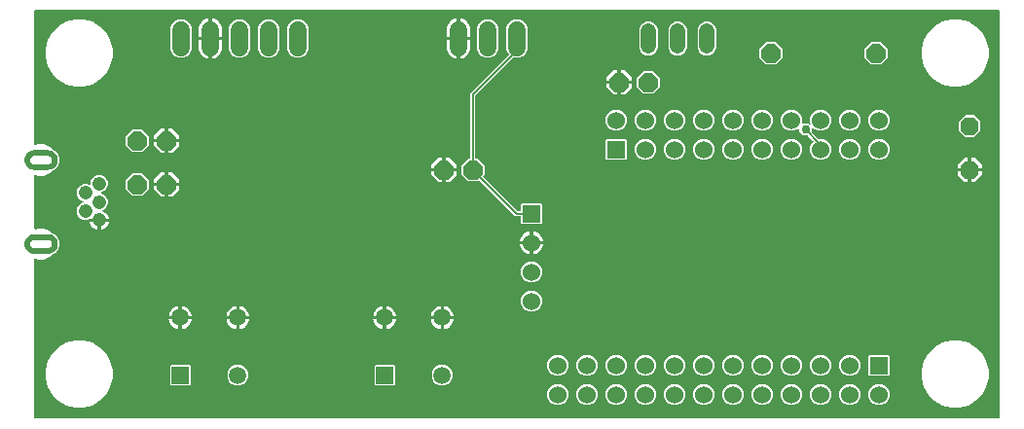
<source format=gbr>
G04 EAGLE Gerber RS-274X export*
G75*
%MOMM*%
%FSLAX34Y34*%
%LPD*%
%INBottom Copper*%
%IPPOS*%
%AMOC8*
5,1,8,0,0,1.08239X$1,22.5*%
G01*
%ADD10C,1.208000*%
%ADD11C,1.524000*%
%ADD12R,1.524000X1.524000*%
%ADD13C,1.524000*%
%ADD14R,1.508000X1.508000*%
%ADD15C,1.508000*%
%ADD16P,1.814519X8X22.500000*%
%ADD17P,1.814519X8X202.500000*%
%ADD18C,1.320800*%
%ADD19P,1.732040X8X22.500000*%
%ADD20C,0.152400*%
%ADD21C,0.756400*%

G36*
X850920Y11942D02*
X850920Y11942D01*
X850939Y11940D01*
X851041Y11962D01*
X851143Y11979D01*
X851160Y11988D01*
X851180Y11992D01*
X851269Y12045D01*
X851360Y12094D01*
X851374Y12108D01*
X851391Y12118D01*
X851458Y12197D01*
X851530Y12272D01*
X851538Y12290D01*
X851551Y12305D01*
X851590Y12401D01*
X851633Y12495D01*
X851635Y12515D01*
X851643Y12533D01*
X851661Y12700D01*
X851661Y366778D01*
X851658Y366798D01*
X851660Y366817D01*
X851638Y366919D01*
X851621Y367021D01*
X851612Y367038D01*
X851608Y367058D01*
X851555Y367147D01*
X851506Y367238D01*
X851492Y367252D01*
X851482Y367269D01*
X851403Y367336D01*
X851328Y367408D01*
X851310Y367416D01*
X851295Y367429D01*
X851199Y367468D01*
X851105Y367511D01*
X851085Y367513D01*
X851067Y367521D01*
X850900Y367539D01*
X12700Y367539D01*
X12680Y367536D01*
X12661Y367538D01*
X12559Y367516D01*
X12457Y367500D01*
X12440Y367490D01*
X12420Y367486D01*
X12331Y367433D01*
X12240Y367384D01*
X12226Y367370D01*
X12209Y367360D01*
X12142Y367281D01*
X12070Y367206D01*
X12062Y367188D01*
X12049Y367173D01*
X12010Y367077D01*
X11967Y366983D01*
X11965Y366963D01*
X11957Y366945D01*
X11939Y366778D01*
X11939Y250666D01*
X11946Y250621D01*
X11944Y250575D01*
X11966Y250500D01*
X11979Y250423D01*
X12000Y250383D01*
X12013Y250339D01*
X12057Y250275D01*
X12094Y250206D01*
X12127Y250174D01*
X12153Y250137D01*
X12215Y250090D01*
X12272Y250037D01*
X12314Y250017D01*
X12350Y249990D01*
X12424Y249966D01*
X12495Y249933D01*
X12541Y249928D01*
X12584Y249914D01*
X12662Y249914D01*
X12739Y249906D01*
X12784Y249916D01*
X12830Y249916D01*
X12962Y249954D01*
X12980Y249958D01*
X12984Y249961D01*
X12991Y249963D01*
X15063Y250821D01*
X20497Y250821D01*
X25518Y248741D01*
X27787Y246472D01*
X27870Y246412D01*
X27950Y246348D01*
X27974Y246338D01*
X27987Y246328D01*
X28018Y246319D01*
X28089Y246288D01*
X28136Y246233D01*
X28200Y246148D01*
X28214Y246139D01*
X28225Y246126D01*
X28364Y246031D01*
X28610Y245900D01*
X28626Y245894D01*
X28639Y245885D01*
X28742Y245855D01*
X28843Y245820D01*
X28859Y245820D01*
X28875Y245815D01*
X28973Y245814D01*
X29296Y245549D01*
X29316Y245537D01*
X29420Y245466D01*
X29789Y245269D01*
X29822Y245209D01*
X29869Y245113D01*
X29881Y245101D01*
X29889Y245087D01*
X30006Y244966D01*
X30222Y244789D01*
X30236Y244781D01*
X30248Y244769D01*
X30342Y244720D01*
X30435Y244666D01*
X30451Y244663D01*
X30466Y244655D01*
X30562Y244635D01*
X30827Y244312D01*
X30844Y244296D01*
X30932Y244207D01*
X31256Y243941D01*
X31276Y243876D01*
X31304Y243772D01*
X31313Y243758D01*
X31318Y243742D01*
X31409Y243602D01*
X31586Y243386D01*
X31599Y243375D01*
X31608Y243361D01*
X31691Y243294D01*
X31771Y243224D01*
X31787Y243217D01*
X31800Y243207D01*
X31890Y243168D01*
X32086Y242800D01*
X32101Y242781D01*
X32169Y242676D01*
X32435Y242352D01*
X32442Y242284D01*
X32449Y242178D01*
X32455Y242162D01*
X32457Y242145D01*
X32520Y241990D01*
X32651Y241744D01*
X32661Y241730D01*
X32667Y241714D01*
X32736Y241633D01*
X32801Y241548D01*
X32815Y241539D01*
X32825Y241526D01*
X32906Y241471D01*
X33027Y241071D01*
X33038Y241050D01*
X33084Y240933D01*
X33282Y240564D01*
X33275Y240496D01*
X33261Y240390D01*
X33265Y240374D01*
X33263Y240357D01*
X33294Y240192D01*
X33375Y239925D01*
X33382Y239910D01*
X33385Y239893D01*
X33436Y239800D01*
X33483Y239704D01*
X33495Y239692D01*
X33503Y239677D01*
X33572Y239607D01*
X33612Y239192D01*
X33619Y239169D01*
X33642Y239046D01*
X33763Y238645D01*
X33744Y238579D01*
X33709Y238478D01*
X33709Y238461D01*
X33705Y238445D01*
X33703Y238278D01*
X33718Y238124D01*
X33732Y238071D01*
X33736Y238017D01*
X33763Y237953D01*
X33781Y237886D01*
X33811Y237841D01*
X33832Y237791D01*
X33837Y237785D01*
X33845Y237735D01*
X33865Y237697D01*
X33820Y237235D01*
X33821Y237211D01*
X33820Y237085D01*
X33865Y236629D01*
X33855Y236612D01*
X33844Y236559D01*
X33824Y236509D01*
X33823Y236501D01*
X33793Y236460D01*
X33778Y236409D01*
X33752Y236360D01*
X33730Y236253D01*
X33721Y236225D01*
X33721Y236214D01*
X33718Y236196D01*
X33703Y236042D01*
X33704Y236026D01*
X33700Y236009D01*
X33711Y235903D01*
X33718Y235797D01*
X33725Y235781D01*
X33726Y235765D01*
X33763Y235674D01*
X33642Y235274D01*
X33638Y235251D01*
X33612Y235128D01*
X33571Y234712D01*
X33528Y234658D01*
X33458Y234578D01*
X33452Y234563D01*
X33441Y234549D01*
X33375Y234395D01*
X33294Y234128D01*
X33292Y234111D01*
X33285Y234096D01*
X33275Y233990D01*
X33261Y233884D01*
X33265Y233868D01*
X33263Y233851D01*
X33281Y233755D01*
X33084Y233387D01*
X33077Y233364D01*
X33027Y233249D01*
X32906Y232848D01*
X32853Y232804D01*
X32768Y232740D01*
X32759Y232726D01*
X32746Y232715D01*
X32651Y232577D01*
X32520Y232330D01*
X32514Y232314D01*
X32504Y232301D01*
X32475Y232199D01*
X32440Y232098D01*
X32440Y232081D01*
X32435Y232065D01*
X32434Y231967D01*
X32169Y231644D01*
X32157Y231624D01*
X32155Y231619D01*
X32143Y231607D01*
X32136Y231592D01*
X32086Y231520D01*
X31889Y231151D01*
X31829Y231118D01*
X31733Y231071D01*
X31721Y231059D01*
X31707Y231051D01*
X31586Y230934D01*
X31409Y230718D01*
X31401Y230704D01*
X31389Y230692D01*
X31340Y230598D01*
X31286Y230505D01*
X31283Y230489D01*
X31275Y230474D01*
X31255Y230378D01*
X30932Y230113D01*
X30916Y230095D01*
X30827Y230008D01*
X30561Y229684D01*
X30496Y229664D01*
X30392Y229636D01*
X30378Y229627D01*
X30362Y229622D01*
X30222Y229531D01*
X30006Y229354D01*
X29995Y229341D01*
X29981Y229332D01*
X29914Y229249D01*
X29844Y229169D01*
X29837Y229153D01*
X29827Y229140D01*
X29788Y229050D01*
X29420Y228853D01*
X29401Y228839D01*
X29296Y228771D01*
X28972Y228505D01*
X28904Y228498D01*
X28798Y228491D01*
X28782Y228485D01*
X28766Y228483D01*
X28610Y228420D01*
X28364Y228289D01*
X28350Y228279D01*
X28334Y228273D01*
X28253Y228204D01*
X28168Y228139D01*
X28159Y228126D01*
X28146Y228115D01*
X28088Y228030D01*
X28012Y227993D01*
X27918Y227953D01*
X27898Y227937D01*
X27884Y227930D01*
X27861Y227907D01*
X27787Y227848D01*
X25518Y225579D01*
X20497Y223499D01*
X15063Y223499D01*
X12991Y224357D01*
X12947Y224368D01*
X12905Y224387D01*
X12828Y224396D01*
X12752Y224413D01*
X12706Y224409D01*
X12661Y224414D01*
X12584Y224398D01*
X12507Y224390D01*
X12465Y224372D01*
X12420Y224362D01*
X12353Y224322D01*
X12282Y224290D01*
X12248Y224259D01*
X12209Y224236D01*
X12159Y224177D01*
X12101Y224124D01*
X12079Y224084D01*
X12049Y224049D01*
X12020Y223977D01*
X11983Y223908D01*
X11974Y223863D01*
X11957Y223821D01*
X11942Y223685D01*
X11939Y223666D01*
X11940Y223661D01*
X11939Y223654D01*
X11939Y177666D01*
X11946Y177621D01*
X11944Y177575D01*
X11966Y177500D01*
X11979Y177423D01*
X12000Y177383D01*
X12013Y177339D01*
X12057Y177275D01*
X12094Y177206D01*
X12127Y177174D01*
X12153Y177137D01*
X12215Y177090D01*
X12272Y177037D01*
X12314Y177017D01*
X12350Y176990D01*
X12424Y176966D01*
X12495Y176933D01*
X12541Y176928D01*
X12584Y176914D01*
X12662Y176914D01*
X12739Y176906D01*
X12784Y176916D01*
X12830Y176916D01*
X12962Y176954D01*
X12980Y176958D01*
X12984Y176961D01*
X12991Y176963D01*
X15063Y177821D01*
X20497Y177821D01*
X25518Y175741D01*
X27787Y173472D01*
X27870Y173412D01*
X27950Y173348D01*
X27974Y173338D01*
X27987Y173328D01*
X28018Y173319D01*
X28089Y173288D01*
X28136Y173233D01*
X28200Y173148D01*
X28214Y173139D01*
X28225Y173126D01*
X28364Y173031D01*
X28610Y172900D01*
X28626Y172894D01*
X28639Y172885D01*
X28742Y172855D01*
X28843Y172820D01*
X28859Y172820D01*
X28875Y172815D01*
X28973Y172814D01*
X29296Y172549D01*
X29316Y172537D01*
X29420Y172466D01*
X29786Y172271D01*
X29812Y172227D01*
X29822Y172209D01*
X29869Y172113D01*
X29881Y172101D01*
X29889Y172087D01*
X30006Y171966D01*
X30222Y171789D01*
X30236Y171781D01*
X30248Y171769D01*
X30342Y171720D01*
X30435Y171666D01*
X30451Y171663D01*
X30466Y171655D01*
X30562Y171635D01*
X30827Y171312D01*
X30828Y171311D01*
X30828Y171310D01*
X30845Y171296D01*
X30932Y171207D01*
X31256Y170941D01*
X31276Y170876D01*
X31304Y170772D01*
X31313Y170758D01*
X31318Y170742D01*
X31409Y170602D01*
X31586Y170386D01*
X31599Y170375D01*
X31608Y170361D01*
X31691Y170294D01*
X31771Y170224D01*
X31787Y170217D01*
X31800Y170207D01*
X31890Y170168D01*
X32086Y169800D01*
X32101Y169781D01*
X32169Y169676D01*
X32435Y169352D01*
X32442Y169284D01*
X32449Y169178D01*
X32455Y169162D01*
X32457Y169145D01*
X32520Y168990D01*
X32651Y168744D01*
X32661Y168730D01*
X32667Y168714D01*
X32736Y168633D01*
X32801Y168548D01*
X32815Y168539D01*
X32825Y168526D01*
X32906Y168471D01*
X33027Y168071D01*
X33038Y168050D01*
X33084Y167933D01*
X33282Y167564D01*
X33275Y167496D01*
X33261Y167390D01*
X33265Y167374D01*
X33263Y167357D01*
X33294Y167192D01*
X33375Y166925D01*
X33382Y166910D01*
X33385Y166893D01*
X33436Y166800D01*
X33483Y166704D01*
X33495Y166692D01*
X33503Y166677D01*
X33572Y166607D01*
X33612Y166192D01*
X33619Y166169D01*
X33642Y166046D01*
X33763Y165645D01*
X33744Y165579D01*
X33709Y165478D01*
X33709Y165461D01*
X33705Y165445D01*
X33703Y165278D01*
X33718Y165124D01*
X33732Y165071D01*
X33736Y165017D01*
X33763Y164953D01*
X33781Y164886D01*
X33811Y164841D01*
X33832Y164791D01*
X33837Y164785D01*
X33845Y164735D01*
X33865Y164697D01*
X33820Y164235D01*
X33821Y164211D01*
X33821Y164155D01*
X33820Y164149D01*
X33821Y164147D01*
X33820Y164085D01*
X33865Y163629D01*
X33855Y163612D01*
X33844Y163559D01*
X33824Y163509D01*
X33823Y163501D01*
X33793Y163460D01*
X33778Y163409D01*
X33752Y163360D01*
X33730Y163253D01*
X33721Y163225D01*
X33721Y163214D01*
X33718Y163196D01*
X33703Y163042D01*
X33704Y163026D01*
X33700Y163009D01*
X33711Y162903D01*
X33718Y162797D01*
X33725Y162781D01*
X33726Y162765D01*
X33763Y162674D01*
X33642Y162274D01*
X33638Y162251D01*
X33612Y162128D01*
X33571Y161712D01*
X33529Y161658D01*
X33458Y161578D01*
X33452Y161563D01*
X33441Y161549D01*
X33375Y161395D01*
X33294Y161128D01*
X33292Y161111D01*
X33285Y161096D01*
X33275Y160990D01*
X33261Y160884D01*
X33265Y160868D01*
X33263Y160851D01*
X33281Y160755D01*
X33084Y160387D01*
X33076Y160364D01*
X33027Y160249D01*
X32906Y159848D01*
X32853Y159804D01*
X32768Y159740D01*
X32759Y159726D01*
X32746Y159715D01*
X32651Y159576D01*
X32520Y159330D01*
X32514Y159314D01*
X32505Y159301D01*
X32475Y159198D01*
X32440Y159097D01*
X32440Y159081D01*
X32435Y159065D01*
X32434Y158967D01*
X32169Y158644D01*
X32157Y158624D01*
X32086Y158520D01*
X31889Y158151D01*
X31829Y158118D01*
X31733Y158071D01*
X31721Y158059D01*
X31707Y158051D01*
X31586Y157934D01*
X31409Y157718D01*
X31401Y157704D01*
X31389Y157692D01*
X31340Y157598D01*
X31286Y157505D01*
X31283Y157489D01*
X31275Y157474D01*
X31255Y157378D01*
X30932Y157113D01*
X30916Y157096D01*
X30827Y157008D01*
X30561Y156684D01*
X30496Y156664D01*
X30392Y156636D01*
X30378Y156627D01*
X30362Y156622D01*
X30222Y156531D01*
X30006Y156354D01*
X29995Y156341D01*
X29981Y156332D01*
X29914Y156249D01*
X29844Y156169D01*
X29837Y156153D01*
X29827Y156140D01*
X29788Y156050D01*
X29420Y155854D01*
X29401Y155839D01*
X29296Y155771D01*
X28972Y155505D01*
X28904Y155498D01*
X28798Y155491D01*
X28782Y155485D01*
X28765Y155483D01*
X28610Y155420D01*
X28364Y155289D01*
X28350Y155279D01*
X28334Y155273D01*
X28253Y155204D01*
X28168Y155139D01*
X28159Y155125D01*
X28146Y155115D01*
X28088Y155030D01*
X28012Y154993D01*
X27918Y154953D01*
X27898Y154937D01*
X27884Y154930D01*
X27861Y154907D01*
X27856Y154903D01*
X27848Y154899D01*
X27840Y154890D01*
X27787Y154848D01*
X25518Y152579D01*
X20497Y150499D01*
X15063Y150499D01*
X12991Y151357D01*
X12947Y151368D01*
X12905Y151387D01*
X12828Y151396D01*
X12752Y151413D01*
X12706Y151409D01*
X12661Y151414D01*
X12584Y151398D01*
X12507Y151390D01*
X12465Y151372D01*
X12420Y151362D01*
X12353Y151322D01*
X12282Y151290D01*
X12248Y151259D01*
X12209Y151236D01*
X12159Y151177D01*
X12101Y151124D01*
X12079Y151084D01*
X12049Y151049D01*
X12020Y150977D01*
X11983Y150908D01*
X11974Y150863D01*
X11957Y150821D01*
X11942Y150685D01*
X11939Y150666D01*
X11940Y150661D01*
X11939Y150654D01*
X11939Y12700D01*
X11942Y12680D01*
X11940Y12661D01*
X11962Y12559D01*
X11979Y12457D01*
X11988Y12440D01*
X11992Y12420D01*
X12045Y12331D01*
X12094Y12240D01*
X12108Y12226D01*
X12118Y12209D01*
X12197Y12142D01*
X12272Y12071D01*
X12290Y12062D01*
X12305Y12049D01*
X12401Y12010D01*
X12495Y11967D01*
X12515Y11965D01*
X12533Y11957D01*
X12700Y11939D01*
X850900Y11939D01*
X850920Y11942D01*
G37*
%LPC*%
G36*
X808954Y21589D02*
X808954Y21589D01*
X801525Y23580D01*
X794864Y27426D01*
X789426Y32864D01*
X785580Y39525D01*
X783589Y46954D01*
X783589Y54646D01*
X785580Y62075D01*
X789426Y68736D01*
X794864Y74174D01*
X801525Y78020D01*
X808954Y80011D01*
X816646Y80011D01*
X824075Y78020D01*
X830736Y74174D01*
X836174Y68736D01*
X840020Y62075D01*
X842011Y54646D01*
X842011Y46954D01*
X840020Y39525D01*
X836174Y32864D01*
X830736Y27426D01*
X824075Y23580D01*
X816646Y21589D01*
X808954Y21589D01*
G37*
%LPD*%
%LPC*%
G36*
X46954Y21589D02*
X46954Y21589D01*
X39525Y23580D01*
X32864Y27426D01*
X27426Y32864D01*
X23580Y39525D01*
X21589Y46954D01*
X21589Y54646D01*
X23580Y62075D01*
X27426Y68736D01*
X32864Y74174D01*
X39525Y78020D01*
X46954Y80011D01*
X54646Y80011D01*
X62075Y78020D01*
X68736Y74174D01*
X74174Y68736D01*
X78020Y62075D01*
X80011Y54646D01*
X80011Y46954D01*
X78020Y39525D01*
X74174Y32864D01*
X68736Y27426D01*
X62075Y23580D01*
X54646Y21589D01*
X46954Y21589D01*
G37*
%LPD*%
%LPC*%
G36*
X46954Y300989D02*
X46954Y300989D01*
X39525Y302980D01*
X32864Y306826D01*
X27426Y312264D01*
X23580Y318925D01*
X21589Y326354D01*
X21589Y334046D01*
X23580Y341475D01*
X27426Y348136D01*
X32864Y353574D01*
X39525Y357420D01*
X46954Y359411D01*
X54646Y359411D01*
X62075Y357420D01*
X68736Y353574D01*
X74174Y348136D01*
X78020Y341475D01*
X80011Y334046D01*
X80011Y326354D01*
X78020Y318925D01*
X74174Y312264D01*
X68736Y306826D01*
X62075Y302980D01*
X54646Y300989D01*
X46954Y300989D01*
G37*
%LPD*%
%LPC*%
G36*
X808954Y300989D02*
X808954Y300989D01*
X801525Y302980D01*
X794864Y306826D01*
X789426Y312264D01*
X785580Y318925D01*
X783589Y326354D01*
X783589Y334046D01*
X785580Y341475D01*
X789426Y348136D01*
X794864Y353574D01*
X801525Y357420D01*
X808954Y359411D01*
X816646Y359411D01*
X824075Y357420D01*
X830736Y353574D01*
X836174Y348136D01*
X840020Y341475D01*
X842011Y334046D01*
X842011Y326354D01*
X840020Y318925D01*
X836174Y312264D01*
X830736Y306826D01*
X824075Y302980D01*
X816646Y300989D01*
X808954Y300989D01*
G37*
%LPD*%
%LPC*%
G36*
X436248Y181355D02*
X436248Y181355D01*
X435355Y182248D01*
X435355Y187452D01*
X435352Y187472D01*
X435354Y187491D01*
X435332Y187593D01*
X435316Y187695D01*
X435306Y187712D01*
X435302Y187732D01*
X435249Y187821D01*
X435200Y187912D01*
X435186Y187926D01*
X435176Y187943D01*
X435097Y188010D01*
X435022Y188082D01*
X435004Y188090D01*
X434989Y188103D01*
X434893Y188142D01*
X434799Y188185D01*
X434779Y188187D01*
X434761Y188195D01*
X434594Y188213D01*
X430345Y188213D01*
X399372Y219186D01*
X399356Y219197D01*
X399344Y219213D01*
X399256Y219269D01*
X399173Y219329D01*
X399154Y219335D01*
X399137Y219346D01*
X399036Y219371D01*
X398938Y219402D01*
X398918Y219401D01*
X398898Y219406D01*
X398795Y219398D01*
X398692Y219395D01*
X398673Y219388D01*
X398653Y219387D01*
X398558Y219346D01*
X398461Y219311D01*
X398445Y219298D01*
X398427Y219290D01*
X398296Y219186D01*
X397804Y218693D01*
X389596Y218693D01*
X383793Y224496D01*
X383793Y232704D01*
X389596Y238507D01*
X390144Y238507D01*
X390164Y238510D01*
X390183Y238508D01*
X390285Y238530D01*
X390387Y238546D01*
X390404Y238556D01*
X390424Y238560D01*
X390513Y238613D01*
X390604Y238662D01*
X390618Y238676D01*
X390635Y238686D01*
X390702Y238765D01*
X390774Y238840D01*
X390782Y238858D01*
X390795Y238873D01*
X390834Y238969D01*
X390877Y239063D01*
X390879Y239083D01*
X390887Y239101D01*
X390905Y239268D01*
X390905Y295079D01*
X424448Y328622D01*
X424460Y328639D01*
X424476Y328651D01*
X424532Y328738D01*
X424592Y328822D01*
X424598Y328841D01*
X424609Y328858D01*
X424634Y328958D01*
X424664Y329057D01*
X424664Y329077D01*
X424669Y329096D01*
X424661Y329199D01*
X424658Y329303D01*
X424651Y329322D01*
X424650Y329342D01*
X424609Y329436D01*
X424574Y329534D01*
X424561Y329550D01*
X424553Y329568D01*
X424448Y329699D01*
X424047Y330100D01*
X422655Y333461D01*
X422655Y352339D01*
X424047Y355700D01*
X426620Y358273D01*
X429981Y359665D01*
X433619Y359665D01*
X436980Y358273D01*
X439553Y355700D01*
X440945Y352339D01*
X440945Y333461D01*
X439553Y330100D01*
X436980Y327527D01*
X433619Y326135D01*
X429981Y326135D01*
X429354Y326395D01*
X429240Y326422D01*
X429127Y326450D01*
X429120Y326450D01*
X429114Y326451D01*
X428998Y326440D01*
X428881Y326431D01*
X428876Y326429D01*
X428869Y326428D01*
X428762Y326380D01*
X428655Y326335D01*
X428649Y326330D01*
X428645Y326328D01*
X428631Y326316D01*
X428524Y326230D01*
X395702Y293408D01*
X395649Y293334D01*
X395589Y293264D01*
X395577Y293234D01*
X395558Y293208D01*
X395531Y293121D01*
X395497Y293036D01*
X395493Y292995D01*
X395486Y292973D01*
X395487Y292941D01*
X395479Y292869D01*
X395479Y239268D01*
X395482Y239248D01*
X395480Y239229D01*
X395502Y239127D01*
X395518Y239025D01*
X395528Y239008D01*
X395532Y238988D01*
X395585Y238899D01*
X395634Y238808D01*
X395648Y238794D01*
X395658Y238777D01*
X395737Y238710D01*
X395812Y238638D01*
X395830Y238630D01*
X395845Y238617D01*
X395941Y238578D01*
X396035Y238535D01*
X396055Y238533D01*
X396073Y238525D01*
X396240Y238507D01*
X397804Y238507D01*
X403607Y232704D01*
X403607Y224496D01*
X402606Y223496D01*
X402595Y223480D01*
X402579Y223467D01*
X402523Y223380D01*
X402463Y223296D01*
X402457Y223277D01*
X402446Y223261D01*
X402421Y223160D01*
X402390Y223061D01*
X402391Y223041D01*
X402386Y223022D01*
X402394Y222919D01*
X402397Y222815D01*
X402404Y222797D01*
X402405Y222777D01*
X402446Y222682D01*
X402481Y222584D01*
X402494Y222569D01*
X402502Y222551D01*
X402606Y222420D01*
X432016Y193010D01*
X432090Y192957D01*
X432160Y192897D01*
X432190Y192885D01*
X432216Y192866D01*
X432303Y192839D01*
X432388Y192805D01*
X432429Y192801D01*
X432451Y192794D01*
X432483Y192795D01*
X432555Y192787D01*
X434594Y192787D01*
X434614Y192790D01*
X434633Y192788D01*
X434735Y192810D01*
X434837Y192826D01*
X434854Y192836D01*
X434874Y192840D01*
X434963Y192893D01*
X435054Y192942D01*
X435068Y192956D01*
X435085Y192966D01*
X435152Y193045D01*
X435224Y193120D01*
X435232Y193138D01*
X435245Y193153D01*
X435284Y193249D01*
X435327Y193343D01*
X435329Y193363D01*
X435337Y193381D01*
X435355Y193548D01*
X435355Y198752D01*
X436248Y199645D01*
X452752Y199645D01*
X453645Y198752D01*
X453645Y182248D01*
X452752Y181355D01*
X436248Y181355D01*
G37*
%LPD*%
%LPC*%
G36*
X694141Y237235D02*
X694141Y237235D01*
X690780Y238627D01*
X688207Y241200D01*
X686815Y244561D01*
X686815Y248199D01*
X688207Y251560D01*
X689370Y252723D01*
X689382Y252739D01*
X689398Y252752D01*
X689426Y252797D01*
X689455Y252827D01*
X689474Y252867D01*
X689514Y252923D01*
X689520Y252942D01*
X689531Y252959D01*
X689547Y253025D01*
X689559Y253050D01*
X689562Y253079D01*
X689586Y253158D01*
X689586Y253178D01*
X689591Y253197D01*
X689584Y253279D01*
X689586Y253294D01*
X689582Y253311D01*
X689580Y253404D01*
X689573Y253423D01*
X689572Y253442D01*
X689535Y253527D01*
X689534Y253535D01*
X689529Y253542D01*
X689496Y253635D01*
X689483Y253650D01*
X689475Y253669D01*
X689370Y253800D01*
X685048Y258122D01*
X684974Y258175D01*
X684904Y258235D01*
X684874Y258247D01*
X684848Y258266D01*
X684761Y258293D01*
X684676Y258327D01*
X684635Y258331D01*
X684613Y258338D01*
X684581Y258337D01*
X684509Y258345D01*
X680554Y258345D01*
X677445Y261454D01*
X677445Y263895D01*
X677434Y263966D01*
X677432Y264037D01*
X677414Y264086D01*
X677406Y264138D01*
X677372Y264201D01*
X677347Y264268D01*
X677315Y264309D01*
X677290Y264355D01*
X677238Y264404D01*
X677194Y264460D01*
X677150Y264488D01*
X677112Y264524D01*
X677047Y264555D01*
X676987Y264593D01*
X676936Y264606D01*
X676889Y264628D01*
X676818Y264636D01*
X676748Y264653D01*
X676696Y264649D01*
X676645Y264655D01*
X676574Y264640D01*
X676503Y264634D01*
X676455Y264614D01*
X676404Y264603D01*
X676343Y264566D01*
X676277Y264538D01*
X676221Y264493D01*
X676193Y264477D01*
X676178Y264459D01*
X676146Y264433D01*
X675740Y264027D01*
X672379Y262635D01*
X668741Y262635D01*
X665380Y264027D01*
X662807Y266600D01*
X661415Y269961D01*
X661415Y273599D01*
X662807Y276960D01*
X665380Y279533D01*
X668741Y280925D01*
X672379Y280925D01*
X675740Y279533D01*
X678313Y276960D01*
X679705Y273599D01*
X679705Y269944D01*
X679696Y269925D01*
X679687Y269848D01*
X679669Y269772D01*
X679674Y269726D01*
X679669Y269681D01*
X679685Y269605D01*
X679692Y269527D01*
X679711Y269485D01*
X679721Y269440D01*
X679761Y269373D01*
X679792Y269302D01*
X679824Y269268D01*
X679847Y269229D01*
X679906Y269178D01*
X679959Y269121D01*
X679999Y269099D01*
X680034Y269069D01*
X680106Y269040D01*
X680174Y269003D01*
X680220Y268994D01*
X680262Y268977D01*
X680398Y268962D01*
X680416Y268959D01*
X680421Y268960D01*
X680429Y268959D01*
X684950Y268959D01*
X686137Y267772D01*
X686216Y267715D01*
X686291Y267653D01*
X686315Y267644D01*
X686336Y267629D01*
X686430Y267600D01*
X686520Y267565D01*
X686547Y267564D01*
X686572Y267556D01*
X686669Y267559D01*
X686766Y267555D01*
X686791Y267562D01*
X686817Y267563D01*
X686909Y267596D01*
X687002Y267623D01*
X687024Y267638D01*
X687048Y267647D01*
X687125Y267708D01*
X687204Y267763D01*
X687220Y267784D01*
X687240Y267801D01*
X687293Y267883D01*
X687351Y267961D01*
X687359Y267986D01*
X687373Y268008D01*
X687397Y268102D01*
X687427Y268195D01*
X687427Y268221D01*
X687434Y268246D01*
X687426Y268343D01*
X687425Y268441D01*
X687416Y268472D01*
X687414Y268491D01*
X687402Y268522D01*
X687378Y268602D01*
X686815Y269961D01*
X686815Y273599D01*
X688207Y276960D01*
X690780Y279533D01*
X694141Y280925D01*
X697779Y280925D01*
X701140Y279533D01*
X703713Y276960D01*
X705105Y273599D01*
X705105Y269961D01*
X703713Y266600D01*
X701140Y264027D01*
X697779Y262635D01*
X694141Y262635D01*
X690780Y264027D01*
X689358Y265449D01*
X689300Y265491D01*
X689248Y265540D01*
X689201Y265562D01*
X689159Y265593D01*
X689090Y265614D01*
X689025Y265644D01*
X688973Y265650D01*
X688923Y265665D01*
X688852Y265663D01*
X688781Y265671D01*
X688730Y265660D01*
X688678Y265659D01*
X688610Y265634D01*
X688540Y265619D01*
X688495Y265592D01*
X688447Y265574D01*
X688391Y265529D01*
X688329Y265493D01*
X688295Y265453D01*
X688255Y265421D01*
X688216Y265360D01*
X688169Y265306D01*
X688150Y265257D01*
X688122Y265214D01*
X688104Y265144D01*
X688077Y265078D01*
X688069Y265006D01*
X688061Y264975D01*
X688063Y264952D01*
X688059Y264911D01*
X688059Y261895D01*
X688073Y261804D01*
X688081Y261714D01*
X688093Y261684D01*
X688098Y261652D01*
X688141Y261571D01*
X688177Y261487D01*
X688203Y261455D01*
X688214Y261434D01*
X688237Y261412D01*
X688282Y261356D01*
X693890Y255748D01*
X693964Y255695D01*
X694034Y255635D01*
X694064Y255623D01*
X694090Y255604D01*
X694177Y255577D01*
X694262Y255543D01*
X694303Y255539D01*
X694325Y255532D01*
X694357Y255533D01*
X694428Y255525D01*
X697779Y255525D01*
X701140Y254133D01*
X703713Y251560D01*
X705105Y248199D01*
X705105Y244561D01*
X703713Y241200D01*
X701140Y238627D01*
X697779Y237235D01*
X694141Y237235D01*
G37*
%LPD*%
%LPC*%
G36*
X68279Y184659D02*
X68279Y184659D01*
X68279Y185422D01*
X68276Y185442D01*
X68278Y185461D01*
X68256Y185563D01*
X68239Y185665D01*
X68230Y185682D01*
X68226Y185702D01*
X68173Y185791D01*
X68124Y185882D01*
X68110Y185896D01*
X68100Y185913D01*
X68021Y185980D01*
X67946Y186051D01*
X67928Y186060D01*
X67913Y186073D01*
X67817Y186112D01*
X67723Y186155D01*
X67703Y186157D01*
X67685Y186165D01*
X67518Y186183D01*
X60563Y186183D01*
X60498Y186173D01*
X60432Y186172D01*
X60352Y186149D01*
X60320Y186143D01*
X60303Y186134D01*
X60271Y186125D01*
X57785Y185095D01*
X54775Y185095D01*
X51995Y186247D01*
X49867Y188375D01*
X48715Y191155D01*
X48715Y194165D01*
X49867Y196945D01*
X51995Y199073D01*
X54128Y199957D01*
X54189Y199995D01*
X54255Y200024D01*
X54293Y200059D01*
X54337Y200086D01*
X54383Y200142D01*
X54436Y200190D01*
X54461Y200236D01*
X54494Y200276D01*
X54520Y200343D01*
X54554Y200406D01*
X54564Y200457D01*
X54582Y200505D01*
X54585Y200577D01*
X54598Y200648D01*
X54590Y200699D01*
X54593Y200751D01*
X54573Y200820D01*
X54562Y200891D01*
X54539Y200937D01*
X54524Y200987D01*
X54483Y201046D01*
X54451Y201110D01*
X54414Y201147D01*
X54384Y201189D01*
X54326Y201232D01*
X54275Y201282D01*
X54212Y201317D01*
X54187Y201336D01*
X54164Y201343D01*
X54128Y201363D01*
X51995Y202247D01*
X49867Y204375D01*
X48715Y207155D01*
X48715Y210165D01*
X49867Y212945D01*
X51995Y215073D01*
X54775Y216225D01*
X57785Y216225D01*
X59663Y215447D01*
X59707Y215436D01*
X59749Y215417D01*
X59826Y215408D01*
X59902Y215391D01*
X59948Y215395D01*
X59993Y215390D01*
X60070Y215406D01*
X60147Y215414D01*
X60189Y215432D01*
X60234Y215442D01*
X60301Y215482D01*
X60372Y215514D01*
X60406Y215545D01*
X60445Y215568D01*
X60496Y215627D01*
X60553Y215680D01*
X60575Y215720D01*
X60605Y215755D01*
X60634Y215827D01*
X60671Y215896D01*
X60680Y215941D01*
X60697Y215983D01*
X60712Y216119D01*
X60715Y216138D01*
X60714Y216143D01*
X60715Y216150D01*
X60715Y218165D01*
X61867Y220945D01*
X63995Y223073D01*
X66775Y224225D01*
X69785Y224225D01*
X72565Y223073D01*
X74693Y220945D01*
X75845Y218165D01*
X75845Y215155D01*
X74693Y212375D01*
X72565Y210247D01*
X70432Y209363D01*
X70371Y209325D01*
X70305Y209296D01*
X70267Y209261D01*
X70223Y209234D01*
X70177Y209178D01*
X70124Y209130D01*
X70099Y209084D01*
X70066Y209044D01*
X70040Y208977D01*
X70006Y208914D01*
X69996Y208863D01*
X69978Y208815D01*
X69975Y208743D01*
X69962Y208672D01*
X69970Y208621D01*
X69967Y208569D01*
X69987Y208500D01*
X69998Y208429D01*
X70021Y208383D01*
X70036Y208333D01*
X70077Y208274D01*
X70109Y208210D01*
X70146Y208173D01*
X70176Y208131D01*
X70234Y208088D01*
X70285Y208038D01*
X70348Y208003D01*
X70373Y207984D01*
X70396Y207977D01*
X70432Y207957D01*
X72565Y207073D01*
X74693Y204945D01*
X75845Y202165D01*
X75845Y199155D01*
X74693Y196375D01*
X72565Y194247D01*
X71759Y193913D01*
X71698Y193875D01*
X71633Y193846D01*
X71594Y193811D01*
X71550Y193784D01*
X71504Y193728D01*
X71452Y193680D01*
X71427Y193634D01*
X71393Y193594D01*
X71368Y193527D01*
X71333Y193464D01*
X71324Y193413D01*
X71305Y193364D01*
X71302Y193293D01*
X71289Y193222D01*
X71297Y193171D01*
X71295Y193119D01*
X71315Y193050D01*
X71325Y192979D01*
X71349Y192932D01*
X71363Y192882D01*
X71404Y192824D01*
X71437Y192760D01*
X71474Y192723D01*
X71504Y192680D01*
X71561Y192638D01*
X71612Y192587D01*
X71675Y192553D01*
X71701Y192534D01*
X71723Y192526D01*
X71759Y192507D01*
X72345Y192264D01*
X73750Y191325D01*
X74945Y190130D01*
X75884Y188725D01*
X76531Y187163D01*
X76726Y186183D01*
X69042Y186183D01*
X69022Y186180D01*
X69003Y186182D01*
X68901Y186160D01*
X68799Y186143D01*
X68782Y186134D01*
X68762Y186130D01*
X68673Y186077D01*
X68582Y186028D01*
X68568Y186014D01*
X68551Y186004D01*
X68484Y185925D01*
X68413Y185850D01*
X68404Y185832D01*
X68391Y185817D01*
X68353Y185721D01*
X68309Y185627D01*
X68307Y185607D01*
X68299Y185589D01*
X68281Y185422D01*
X68281Y184659D01*
X68279Y184659D01*
G37*
%LPD*%
%LPC*%
G36*
X188681Y326135D02*
X188681Y326135D01*
X185320Y327527D01*
X182747Y330100D01*
X181355Y333461D01*
X181355Y352339D01*
X182747Y355700D01*
X185320Y358273D01*
X188681Y359665D01*
X192319Y359665D01*
X195680Y358273D01*
X198253Y355700D01*
X199645Y352339D01*
X199645Y333461D01*
X198253Y330100D01*
X195680Y327527D01*
X192319Y326135D01*
X188681Y326135D01*
G37*
%LPD*%
%LPC*%
G36*
X137881Y326135D02*
X137881Y326135D01*
X134520Y327527D01*
X131947Y330100D01*
X130555Y333461D01*
X130555Y352339D01*
X131947Y355700D01*
X134520Y358273D01*
X137881Y359665D01*
X141519Y359665D01*
X144880Y358273D01*
X147453Y355700D01*
X148845Y352339D01*
X148845Y333461D01*
X147453Y330100D01*
X144880Y327527D01*
X141519Y326135D01*
X137881Y326135D01*
G37*
%LPD*%
%LPC*%
G36*
X214081Y326135D02*
X214081Y326135D01*
X210720Y327527D01*
X208147Y330100D01*
X206755Y333461D01*
X206755Y352339D01*
X208147Y355700D01*
X210720Y358273D01*
X214081Y359665D01*
X217719Y359665D01*
X221080Y358273D01*
X223653Y355700D01*
X225045Y352339D01*
X225045Y333461D01*
X223653Y330100D01*
X221080Y327527D01*
X217719Y326135D01*
X214081Y326135D01*
G37*
%LPD*%
%LPC*%
G36*
X239481Y326135D02*
X239481Y326135D01*
X236120Y327527D01*
X233547Y330100D01*
X232155Y333461D01*
X232155Y352339D01*
X233547Y355700D01*
X236120Y358273D01*
X239481Y359665D01*
X243119Y359665D01*
X246480Y358273D01*
X249053Y355700D01*
X250445Y352339D01*
X250445Y333461D01*
X249053Y330100D01*
X246480Y327527D01*
X243119Y326135D01*
X239481Y326135D01*
G37*
%LPD*%
%LPC*%
G36*
X404581Y326135D02*
X404581Y326135D01*
X401220Y327527D01*
X398647Y330100D01*
X397255Y333461D01*
X397255Y352339D01*
X398647Y355700D01*
X401220Y358273D01*
X404581Y359665D01*
X408219Y359665D01*
X411580Y358273D01*
X414153Y355700D01*
X415545Y352339D01*
X415545Y333461D01*
X414153Y330100D01*
X411580Y327527D01*
X408219Y326135D01*
X404581Y326135D01*
G37*
%LPD*%
G36*
X23780Y228655D02*
X23780Y228655D01*
X25439Y228819D01*
X25440Y228819D01*
X27034Y229303D01*
X27035Y229303D01*
X28505Y230088D01*
X28505Y230089D01*
X29793Y231146D01*
X29794Y231147D01*
X30851Y232435D01*
X30852Y232435D01*
X31637Y233905D01*
X31637Y233906D01*
X31638Y233906D01*
X32121Y235500D01*
X32121Y235501D01*
X32285Y237160D01*
X32284Y237160D01*
X32285Y237160D01*
X32121Y238819D01*
X32121Y238820D01*
X31638Y240414D01*
X31637Y240415D01*
X30852Y241885D01*
X30851Y241885D01*
X29794Y243173D01*
X29793Y243174D01*
X28505Y244231D01*
X28505Y244232D01*
X27035Y245017D01*
X27034Y245017D01*
X27034Y245018D01*
X25440Y245501D01*
X25439Y245501D01*
X23780Y245665D01*
X11780Y245665D01*
X10121Y245501D01*
X10120Y245501D01*
X8526Y245018D01*
X8525Y245017D01*
X7055Y244232D01*
X7055Y244231D01*
X5767Y243174D01*
X5767Y243173D01*
X5766Y243173D01*
X4709Y241885D01*
X4708Y241885D01*
X3923Y240415D01*
X3923Y240414D01*
X3439Y238820D01*
X3439Y238819D01*
X3275Y237160D01*
X3276Y237160D01*
X3275Y237160D01*
X3439Y235501D01*
X3439Y235500D01*
X3923Y233906D01*
X3923Y233905D01*
X4708Y232435D01*
X4709Y232435D01*
X5766Y231147D01*
X5767Y231147D01*
X5767Y231146D01*
X7055Y230089D01*
X7055Y230088D01*
X8525Y229303D01*
X8526Y229303D01*
X10120Y228819D01*
X10121Y228819D01*
X11780Y228655D01*
X23780Y228655D01*
X23780Y228655D01*
G37*
G36*
X23780Y155655D02*
X23780Y155655D01*
X25439Y155819D01*
X25440Y155819D01*
X27034Y156303D01*
X27035Y156303D01*
X28505Y157088D01*
X28505Y157089D01*
X29793Y158146D01*
X29794Y158147D01*
X30851Y159435D01*
X30852Y159435D01*
X31637Y160905D01*
X31637Y160906D01*
X31638Y160906D01*
X32121Y162500D01*
X32121Y162501D01*
X32285Y164160D01*
X32284Y164160D01*
X32285Y164160D01*
X32121Y165819D01*
X32121Y165820D01*
X31638Y167414D01*
X31637Y167415D01*
X30852Y168885D01*
X30851Y168885D01*
X29794Y170173D01*
X29793Y170174D01*
X28505Y171231D01*
X28505Y171232D01*
X27035Y172017D01*
X27034Y172017D01*
X27034Y172018D01*
X25440Y172501D01*
X25439Y172501D01*
X23780Y172665D01*
X11780Y172665D01*
X10121Y172501D01*
X10120Y172501D01*
X8526Y172018D01*
X8525Y172017D01*
X7055Y171232D01*
X7055Y171231D01*
X5767Y170174D01*
X5767Y170173D01*
X5766Y170173D01*
X4709Y168885D01*
X4708Y168885D01*
X3923Y167415D01*
X3923Y167414D01*
X3439Y165820D01*
X3439Y165819D01*
X3275Y164160D01*
X3276Y164160D01*
X3275Y164160D01*
X3439Y162501D01*
X3439Y162500D01*
X3923Y160906D01*
X3923Y160905D01*
X4708Y159435D01*
X4709Y159435D01*
X5766Y158147D01*
X5767Y158147D01*
X5767Y158146D01*
X7055Y157089D01*
X7055Y157088D01*
X8525Y156303D01*
X8526Y156303D01*
X10120Y155819D01*
X10121Y155819D01*
X11780Y155655D01*
X23780Y155655D01*
X23780Y155655D01*
G37*
%LPC*%
G36*
X544483Y328167D02*
X544483Y328167D01*
X541495Y329405D01*
X539209Y331691D01*
X537971Y334679D01*
X537971Y351121D01*
X539209Y354109D01*
X541495Y356395D01*
X544483Y357633D01*
X547717Y357633D01*
X550705Y356395D01*
X552991Y354109D01*
X554229Y351121D01*
X554229Y334679D01*
X552991Y331691D01*
X550705Y329405D01*
X547717Y328167D01*
X544483Y328167D01*
G37*
%LPD*%
%LPC*%
G36*
X569883Y328167D02*
X569883Y328167D01*
X566895Y329405D01*
X564609Y331691D01*
X563371Y334679D01*
X563371Y351121D01*
X564609Y354109D01*
X566895Y356395D01*
X569883Y357633D01*
X573117Y357633D01*
X576105Y356395D01*
X578391Y354109D01*
X579629Y351121D01*
X579629Y334679D01*
X578391Y331691D01*
X576105Y329405D01*
X573117Y328167D01*
X569883Y328167D01*
G37*
%LPD*%
%LPC*%
G36*
X595283Y328167D02*
X595283Y328167D01*
X592295Y329405D01*
X590009Y331691D01*
X588771Y334679D01*
X588771Y351121D01*
X590009Y354109D01*
X592295Y356395D01*
X595283Y357633D01*
X598517Y357633D01*
X601505Y356395D01*
X603791Y354109D01*
X605029Y351121D01*
X605029Y334679D01*
X603791Y331691D01*
X601505Y329405D01*
X598517Y328167D01*
X595283Y328167D01*
G37*
%LPD*%
%LPC*%
G36*
X738508Y49275D02*
X738508Y49275D01*
X737615Y50168D01*
X737615Y66672D01*
X738508Y67565D01*
X755012Y67565D01*
X755905Y66672D01*
X755905Y50168D01*
X755012Y49275D01*
X738508Y49275D01*
G37*
%LPD*%
%LPC*%
G36*
X509908Y237235D02*
X509908Y237235D01*
X509015Y238128D01*
X509015Y254632D01*
X509908Y255525D01*
X526412Y255525D01*
X527305Y254632D01*
X527305Y238128D01*
X526412Y237235D01*
X509908Y237235D01*
G37*
%LPD*%
%LPC*%
G36*
X130728Y40935D02*
X130728Y40935D01*
X129835Y41828D01*
X129835Y58172D01*
X130728Y59065D01*
X147072Y59065D01*
X147965Y58172D01*
X147965Y41828D01*
X147072Y40935D01*
X130728Y40935D01*
G37*
%LPD*%
%LPC*%
G36*
X308528Y40935D02*
X308528Y40935D01*
X307635Y41828D01*
X307635Y58172D01*
X308528Y59065D01*
X324872Y59065D01*
X325765Y58172D01*
X325765Y41828D01*
X324872Y40935D01*
X308528Y40935D01*
G37*
%LPD*%
%LPC*%
G36*
X97496Y244093D02*
X97496Y244093D01*
X91693Y249896D01*
X91693Y258104D01*
X97496Y263907D01*
X105704Y263907D01*
X111507Y258104D01*
X111507Y249896D01*
X105704Y244093D01*
X97496Y244093D01*
G37*
%LPD*%
%LPC*%
G36*
X97496Y205993D02*
X97496Y205993D01*
X91693Y211796D01*
X91693Y220004D01*
X97496Y225807D01*
X105704Y225807D01*
X111507Y220004D01*
X111507Y211796D01*
X105704Y205993D01*
X97496Y205993D01*
G37*
%LPD*%
%LPC*%
G36*
X648676Y320293D02*
X648676Y320293D01*
X642873Y326096D01*
X642873Y334304D01*
X648676Y340107D01*
X656884Y340107D01*
X662687Y334304D01*
X662687Y326096D01*
X656884Y320293D01*
X648676Y320293D01*
G37*
%LPD*%
%LPC*%
G36*
X740116Y320293D02*
X740116Y320293D01*
X734313Y326096D01*
X734313Y334304D01*
X740116Y340107D01*
X748324Y340107D01*
X754127Y334304D01*
X754127Y326096D01*
X748324Y320293D01*
X740116Y320293D01*
G37*
%LPD*%
%LPC*%
G36*
X541996Y294893D02*
X541996Y294893D01*
X536193Y300696D01*
X536193Y308904D01*
X541996Y314707D01*
X550204Y314707D01*
X556007Y308904D01*
X556007Y300696D01*
X550204Y294893D01*
X541996Y294893D01*
G37*
%LPD*%
%LPC*%
G36*
X821554Y257174D02*
X821554Y257174D01*
X815974Y262754D01*
X815974Y270646D01*
X821554Y276226D01*
X829446Y276226D01*
X835026Y270646D01*
X835026Y262754D01*
X829446Y257174D01*
X821554Y257174D01*
G37*
%LPD*%
%LPC*%
G36*
X490941Y49275D02*
X490941Y49275D01*
X487580Y50667D01*
X485007Y53240D01*
X483615Y56601D01*
X483615Y60239D01*
X485007Y63600D01*
X487580Y66173D01*
X490941Y67565D01*
X494579Y67565D01*
X497940Y66173D01*
X500513Y63600D01*
X501905Y60239D01*
X501905Y56601D01*
X500513Y53240D01*
X497940Y50667D01*
X494579Y49275D01*
X490941Y49275D01*
G37*
%LPD*%
%LPC*%
G36*
X465541Y49275D02*
X465541Y49275D01*
X462180Y50667D01*
X459607Y53240D01*
X458215Y56601D01*
X458215Y60239D01*
X459607Y63600D01*
X462180Y66173D01*
X465541Y67565D01*
X469179Y67565D01*
X472540Y66173D01*
X475113Y63600D01*
X476505Y60239D01*
X476505Y56601D01*
X475113Y53240D01*
X472540Y50667D01*
X469179Y49275D01*
X465541Y49275D01*
G37*
%LPD*%
%LPC*%
G36*
X719541Y49275D02*
X719541Y49275D01*
X716180Y50667D01*
X713607Y53240D01*
X712215Y56601D01*
X712215Y60239D01*
X713607Y63600D01*
X716180Y66173D01*
X719541Y67565D01*
X723179Y67565D01*
X726540Y66173D01*
X729113Y63600D01*
X730505Y60239D01*
X730505Y56601D01*
X729113Y53240D01*
X726540Y50667D01*
X723179Y49275D01*
X719541Y49275D01*
G37*
%LPD*%
%LPC*%
G36*
X694141Y49275D02*
X694141Y49275D01*
X690780Y50667D01*
X688207Y53240D01*
X686815Y56601D01*
X686815Y60239D01*
X688207Y63600D01*
X690780Y66173D01*
X694141Y67565D01*
X697779Y67565D01*
X701140Y66173D01*
X703713Y63600D01*
X705105Y60239D01*
X705105Y56601D01*
X703713Y53240D01*
X701140Y50667D01*
X697779Y49275D01*
X694141Y49275D01*
G37*
%LPD*%
%LPC*%
G36*
X744941Y262635D02*
X744941Y262635D01*
X741580Y264027D01*
X739007Y266600D01*
X737615Y269961D01*
X737615Y273599D01*
X739007Y276960D01*
X741580Y279533D01*
X744941Y280925D01*
X748579Y280925D01*
X751940Y279533D01*
X754513Y276960D01*
X755905Y273599D01*
X755905Y269961D01*
X754513Y266600D01*
X751940Y264027D01*
X748579Y262635D01*
X744941Y262635D01*
G37*
%LPD*%
%LPC*%
G36*
X668741Y49275D02*
X668741Y49275D01*
X665380Y50667D01*
X662807Y53240D01*
X661415Y56601D01*
X661415Y60239D01*
X662807Y63600D01*
X665380Y66173D01*
X668741Y67565D01*
X672379Y67565D01*
X675740Y66173D01*
X678313Y63600D01*
X679705Y60239D01*
X679705Y56601D01*
X678313Y53240D01*
X675740Y50667D01*
X672379Y49275D01*
X668741Y49275D01*
G37*
%LPD*%
%LPC*%
G36*
X643341Y49275D02*
X643341Y49275D01*
X639980Y50667D01*
X637407Y53240D01*
X636015Y56601D01*
X636015Y60239D01*
X637407Y63600D01*
X639980Y66173D01*
X643341Y67565D01*
X646979Y67565D01*
X650340Y66173D01*
X652913Y63600D01*
X654305Y60239D01*
X654305Y56601D01*
X652913Y53240D01*
X650340Y50667D01*
X646979Y49275D01*
X643341Y49275D01*
G37*
%LPD*%
%LPC*%
G36*
X617941Y49275D02*
X617941Y49275D01*
X614580Y50667D01*
X612007Y53240D01*
X610615Y56601D01*
X610615Y60239D01*
X612007Y63600D01*
X614580Y66173D01*
X617941Y67565D01*
X621579Y67565D01*
X624940Y66173D01*
X627513Y63600D01*
X628905Y60239D01*
X628905Y56601D01*
X627513Y53240D01*
X624940Y50667D01*
X621579Y49275D01*
X617941Y49275D01*
G37*
%LPD*%
%LPC*%
G36*
X592541Y49275D02*
X592541Y49275D01*
X589180Y50667D01*
X586607Y53240D01*
X585215Y56601D01*
X585215Y60239D01*
X586607Y63600D01*
X589180Y66173D01*
X592541Y67565D01*
X596179Y67565D01*
X599540Y66173D01*
X602113Y63600D01*
X603505Y60239D01*
X603505Y56601D01*
X602113Y53240D01*
X599540Y50667D01*
X596179Y49275D01*
X592541Y49275D01*
G37*
%LPD*%
%LPC*%
G36*
X567141Y49275D02*
X567141Y49275D01*
X563780Y50667D01*
X561207Y53240D01*
X559815Y56601D01*
X559815Y60239D01*
X561207Y63600D01*
X563780Y66173D01*
X567141Y67565D01*
X570779Y67565D01*
X574140Y66173D01*
X576713Y63600D01*
X578105Y60239D01*
X578105Y56601D01*
X576713Y53240D01*
X574140Y50667D01*
X570779Y49275D01*
X567141Y49275D01*
G37*
%LPD*%
%LPC*%
G36*
X541741Y49275D02*
X541741Y49275D01*
X538380Y50667D01*
X535807Y53240D01*
X534415Y56601D01*
X534415Y60239D01*
X535807Y63600D01*
X538380Y66173D01*
X541741Y67565D01*
X545379Y67565D01*
X548740Y66173D01*
X551313Y63600D01*
X552705Y60239D01*
X552705Y56601D01*
X551313Y53240D01*
X548740Y50667D01*
X545379Y49275D01*
X541741Y49275D01*
G37*
%LPD*%
%LPC*%
G36*
X516341Y49275D02*
X516341Y49275D01*
X512980Y50667D01*
X510407Y53240D01*
X509015Y56601D01*
X509015Y60239D01*
X510407Y63600D01*
X512980Y66173D01*
X516341Y67565D01*
X519979Y67565D01*
X523340Y66173D01*
X525913Y63600D01*
X527305Y60239D01*
X527305Y56601D01*
X525913Y53240D01*
X523340Y50667D01*
X519979Y49275D01*
X516341Y49275D01*
G37*
%LPD*%
%LPC*%
G36*
X465541Y23875D02*
X465541Y23875D01*
X462180Y25267D01*
X459607Y27840D01*
X458215Y31201D01*
X458215Y34839D01*
X459607Y38200D01*
X462180Y40773D01*
X465541Y42165D01*
X469179Y42165D01*
X472540Y40773D01*
X475113Y38200D01*
X476505Y34839D01*
X476505Y31201D01*
X475113Y27840D01*
X472540Y25267D01*
X469179Y23875D01*
X465541Y23875D01*
G37*
%LPD*%
%LPC*%
G36*
X744941Y23875D02*
X744941Y23875D01*
X741580Y25267D01*
X739007Y27840D01*
X737615Y31201D01*
X737615Y34839D01*
X739007Y38200D01*
X741580Y40773D01*
X744941Y42165D01*
X748579Y42165D01*
X751940Y40773D01*
X754513Y38200D01*
X755905Y34839D01*
X755905Y31201D01*
X754513Y27840D01*
X751940Y25267D01*
X748579Y23875D01*
X744941Y23875D01*
G37*
%LPD*%
%LPC*%
G36*
X719541Y23875D02*
X719541Y23875D01*
X716180Y25267D01*
X713607Y27840D01*
X712215Y31201D01*
X712215Y34839D01*
X713607Y38200D01*
X716180Y40773D01*
X719541Y42165D01*
X723179Y42165D01*
X726540Y40773D01*
X729113Y38200D01*
X730505Y34839D01*
X730505Y31201D01*
X729113Y27840D01*
X726540Y25267D01*
X723179Y23875D01*
X719541Y23875D01*
G37*
%LPD*%
%LPC*%
G36*
X643341Y262635D02*
X643341Y262635D01*
X639980Y264027D01*
X637407Y266600D01*
X636015Y269961D01*
X636015Y273599D01*
X637407Y276960D01*
X639980Y279533D01*
X643341Y280925D01*
X646979Y280925D01*
X650340Y279533D01*
X652913Y276960D01*
X654305Y273599D01*
X654305Y269961D01*
X652913Y266600D01*
X650340Y264027D01*
X646979Y262635D01*
X643341Y262635D01*
G37*
%LPD*%
%LPC*%
G36*
X617941Y262635D02*
X617941Y262635D01*
X614580Y264027D01*
X612007Y266600D01*
X610615Y269961D01*
X610615Y273599D01*
X612007Y276960D01*
X614580Y279533D01*
X617941Y280925D01*
X621579Y280925D01*
X624940Y279533D01*
X627513Y276960D01*
X628905Y273599D01*
X628905Y269961D01*
X627513Y266600D01*
X624940Y264027D01*
X621579Y262635D01*
X617941Y262635D01*
G37*
%LPD*%
%LPC*%
G36*
X694141Y23875D02*
X694141Y23875D01*
X690780Y25267D01*
X688207Y27840D01*
X686815Y31201D01*
X686815Y34839D01*
X688207Y38200D01*
X690780Y40773D01*
X694141Y42165D01*
X697779Y42165D01*
X701140Y40773D01*
X703713Y38200D01*
X705105Y34839D01*
X705105Y31201D01*
X703713Y27840D01*
X701140Y25267D01*
X697779Y23875D01*
X694141Y23875D01*
G37*
%LPD*%
%LPC*%
G36*
X541741Y262635D02*
X541741Y262635D01*
X538380Y264027D01*
X535807Y266600D01*
X534415Y269961D01*
X534415Y273599D01*
X535807Y276960D01*
X538380Y279533D01*
X541741Y280925D01*
X545379Y280925D01*
X548740Y279533D01*
X551313Y276960D01*
X552705Y273599D01*
X552705Y269961D01*
X551313Y266600D01*
X548740Y264027D01*
X545379Y262635D01*
X541741Y262635D01*
G37*
%LPD*%
%LPC*%
G36*
X567141Y262635D02*
X567141Y262635D01*
X563780Y264027D01*
X561207Y266600D01*
X559815Y269961D01*
X559815Y273599D01*
X561207Y276960D01*
X563780Y279533D01*
X567141Y280925D01*
X570779Y280925D01*
X574140Y279533D01*
X576713Y276960D01*
X578105Y273599D01*
X578105Y269961D01*
X576713Y266600D01*
X574140Y264027D01*
X570779Y262635D01*
X567141Y262635D01*
G37*
%LPD*%
%LPC*%
G36*
X516341Y262635D02*
X516341Y262635D01*
X512980Y264027D01*
X510407Y266600D01*
X509015Y269961D01*
X509015Y273599D01*
X510407Y276960D01*
X512980Y279533D01*
X516341Y280925D01*
X519979Y280925D01*
X523340Y279533D01*
X525913Y276960D01*
X527305Y273599D01*
X527305Y269961D01*
X525913Y266600D01*
X523340Y264027D01*
X519979Y262635D01*
X516341Y262635D01*
G37*
%LPD*%
%LPC*%
G36*
X719541Y262635D02*
X719541Y262635D01*
X716180Y264027D01*
X713607Y266600D01*
X712215Y269961D01*
X712215Y273599D01*
X713607Y276960D01*
X716180Y279533D01*
X719541Y280925D01*
X723179Y280925D01*
X726540Y279533D01*
X729113Y276960D01*
X730505Y273599D01*
X730505Y269961D01*
X729113Y266600D01*
X726540Y264027D01*
X723179Y262635D01*
X719541Y262635D01*
G37*
%LPD*%
%LPC*%
G36*
X592541Y262635D02*
X592541Y262635D01*
X589180Y264027D01*
X586607Y266600D01*
X585215Y269961D01*
X585215Y273599D01*
X586607Y276960D01*
X589180Y279533D01*
X592541Y280925D01*
X596179Y280925D01*
X599540Y279533D01*
X602113Y276960D01*
X603505Y273599D01*
X603505Y269961D01*
X602113Y266600D01*
X599540Y264027D01*
X596179Y262635D01*
X592541Y262635D01*
G37*
%LPD*%
%LPC*%
G36*
X668741Y23875D02*
X668741Y23875D01*
X665380Y25267D01*
X662807Y27840D01*
X661415Y31201D01*
X661415Y34839D01*
X662807Y38200D01*
X665380Y40773D01*
X668741Y42165D01*
X672379Y42165D01*
X675740Y40773D01*
X678313Y38200D01*
X679705Y34839D01*
X679705Y31201D01*
X678313Y27840D01*
X675740Y25267D01*
X672379Y23875D01*
X668741Y23875D01*
G37*
%LPD*%
%LPC*%
G36*
X643341Y23875D02*
X643341Y23875D01*
X639980Y25267D01*
X637407Y27840D01*
X636015Y31201D01*
X636015Y34839D01*
X637407Y38200D01*
X639980Y40773D01*
X643341Y42165D01*
X646979Y42165D01*
X650340Y40773D01*
X652913Y38200D01*
X654305Y34839D01*
X654305Y31201D01*
X652913Y27840D01*
X650340Y25267D01*
X646979Y23875D01*
X643341Y23875D01*
G37*
%LPD*%
%LPC*%
G36*
X567141Y237235D02*
X567141Y237235D01*
X563780Y238627D01*
X561207Y241200D01*
X559815Y244561D01*
X559815Y248199D01*
X561207Y251560D01*
X563780Y254133D01*
X567141Y255525D01*
X570779Y255525D01*
X574140Y254133D01*
X576713Y251560D01*
X578105Y248199D01*
X578105Y244561D01*
X576713Y241200D01*
X574140Y238627D01*
X570779Y237235D01*
X567141Y237235D01*
G37*
%LPD*%
%LPC*%
G36*
X668741Y237235D02*
X668741Y237235D01*
X665380Y238627D01*
X662807Y241200D01*
X661415Y244561D01*
X661415Y248199D01*
X662807Y251560D01*
X665380Y254133D01*
X668741Y255525D01*
X672379Y255525D01*
X675740Y254133D01*
X678313Y251560D01*
X679705Y248199D01*
X679705Y244561D01*
X678313Y241200D01*
X675740Y238627D01*
X672379Y237235D01*
X668741Y237235D01*
G37*
%LPD*%
%LPC*%
G36*
X643341Y237235D02*
X643341Y237235D01*
X639980Y238627D01*
X637407Y241200D01*
X636015Y244561D01*
X636015Y248199D01*
X637407Y251560D01*
X639980Y254133D01*
X643341Y255525D01*
X646979Y255525D01*
X650340Y254133D01*
X652913Y251560D01*
X654305Y248199D01*
X654305Y244561D01*
X652913Y241200D01*
X650340Y238627D01*
X646979Y237235D01*
X643341Y237235D01*
G37*
%LPD*%
%LPC*%
G36*
X719541Y237235D02*
X719541Y237235D01*
X716180Y238627D01*
X713607Y241200D01*
X712215Y244561D01*
X712215Y248199D01*
X713607Y251560D01*
X716180Y254133D01*
X719541Y255525D01*
X723179Y255525D01*
X726540Y254133D01*
X729113Y251560D01*
X730505Y248199D01*
X730505Y244561D01*
X729113Y241200D01*
X726540Y238627D01*
X723179Y237235D01*
X719541Y237235D01*
G37*
%LPD*%
%LPC*%
G36*
X592541Y237235D02*
X592541Y237235D01*
X589180Y238627D01*
X586607Y241200D01*
X585215Y244561D01*
X585215Y248199D01*
X586607Y251560D01*
X589180Y254133D01*
X592541Y255525D01*
X596179Y255525D01*
X599540Y254133D01*
X602113Y251560D01*
X603505Y248199D01*
X603505Y244561D01*
X602113Y241200D01*
X599540Y238627D01*
X596179Y237235D01*
X592541Y237235D01*
G37*
%LPD*%
%LPC*%
G36*
X617941Y237235D02*
X617941Y237235D01*
X614580Y238627D01*
X612007Y241200D01*
X610615Y244561D01*
X610615Y248199D01*
X612007Y251560D01*
X614580Y254133D01*
X617941Y255525D01*
X621579Y255525D01*
X624940Y254133D01*
X627513Y251560D01*
X628905Y248199D01*
X628905Y244561D01*
X627513Y241200D01*
X624940Y238627D01*
X621579Y237235D01*
X617941Y237235D01*
G37*
%LPD*%
%LPC*%
G36*
X744941Y237235D02*
X744941Y237235D01*
X741580Y238627D01*
X739007Y241200D01*
X737615Y244561D01*
X737615Y248199D01*
X739007Y251560D01*
X741580Y254133D01*
X744941Y255525D01*
X748579Y255525D01*
X751940Y254133D01*
X754513Y251560D01*
X755905Y248199D01*
X755905Y244561D01*
X754513Y241200D01*
X751940Y238627D01*
X748579Y237235D01*
X744941Y237235D01*
G37*
%LPD*%
%LPC*%
G36*
X541741Y237235D02*
X541741Y237235D01*
X538380Y238627D01*
X535807Y241200D01*
X534415Y244561D01*
X534415Y248199D01*
X535807Y251560D01*
X538380Y254133D01*
X541741Y255525D01*
X545379Y255525D01*
X548740Y254133D01*
X551313Y251560D01*
X552705Y248199D01*
X552705Y244561D01*
X551313Y241200D01*
X548740Y238627D01*
X545379Y237235D01*
X541741Y237235D01*
G37*
%LPD*%
%LPC*%
G36*
X617941Y23875D02*
X617941Y23875D01*
X614580Y25267D01*
X612007Y27840D01*
X610615Y31201D01*
X610615Y34839D01*
X612007Y38200D01*
X614580Y40773D01*
X617941Y42165D01*
X621579Y42165D01*
X624940Y40773D01*
X627513Y38200D01*
X628905Y34839D01*
X628905Y31201D01*
X627513Y27840D01*
X624940Y25267D01*
X621579Y23875D01*
X617941Y23875D01*
G37*
%LPD*%
%LPC*%
G36*
X592541Y23875D02*
X592541Y23875D01*
X589180Y25267D01*
X586607Y27840D01*
X585215Y31201D01*
X585215Y34839D01*
X586607Y38200D01*
X589180Y40773D01*
X592541Y42165D01*
X596179Y42165D01*
X599540Y40773D01*
X602113Y38200D01*
X603505Y34839D01*
X603505Y31201D01*
X602113Y27840D01*
X599540Y25267D01*
X596179Y23875D01*
X592541Y23875D01*
G37*
%LPD*%
%LPC*%
G36*
X567141Y23875D02*
X567141Y23875D01*
X563780Y25267D01*
X561207Y27840D01*
X559815Y31201D01*
X559815Y34839D01*
X561207Y38200D01*
X563780Y40773D01*
X567141Y42165D01*
X570779Y42165D01*
X574140Y40773D01*
X576713Y38200D01*
X578105Y34839D01*
X578105Y31201D01*
X576713Y27840D01*
X574140Y25267D01*
X570779Y23875D01*
X567141Y23875D01*
G37*
%LPD*%
%LPC*%
G36*
X541741Y23875D02*
X541741Y23875D01*
X538380Y25267D01*
X535807Y27840D01*
X534415Y31201D01*
X534415Y34839D01*
X535807Y38200D01*
X538380Y40773D01*
X541741Y42165D01*
X545379Y42165D01*
X548740Y40773D01*
X551313Y38200D01*
X552705Y34839D01*
X552705Y31201D01*
X551313Y27840D01*
X548740Y25267D01*
X545379Y23875D01*
X541741Y23875D01*
G37*
%LPD*%
%LPC*%
G36*
X516341Y23875D02*
X516341Y23875D01*
X512980Y25267D01*
X510407Y27840D01*
X509015Y31201D01*
X509015Y34839D01*
X510407Y38200D01*
X512980Y40773D01*
X516341Y42165D01*
X519979Y42165D01*
X523340Y40773D01*
X525913Y38200D01*
X527305Y34839D01*
X527305Y31201D01*
X525913Y27840D01*
X523340Y25267D01*
X519979Y23875D01*
X516341Y23875D01*
G37*
%LPD*%
%LPC*%
G36*
X490941Y23875D02*
X490941Y23875D01*
X487580Y25267D01*
X485007Y27840D01*
X483615Y31201D01*
X483615Y34839D01*
X485007Y38200D01*
X487580Y40773D01*
X490941Y42165D01*
X494579Y42165D01*
X497940Y40773D01*
X500513Y38200D01*
X501905Y34839D01*
X501905Y31201D01*
X500513Y27840D01*
X497940Y25267D01*
X494579Y23875D01*
X490941Y23875D01*
G37*
%LPD*%
%LPC*%
G36*
X442681Y130555D02*
X442681Y130555D01*
X439320Y131947D01*
X436747Y134520D01*
X435355Y137881D01*
X435355Y141519D01*
X436747Y144880D01*
X439320Y147453D01*
X442681Y148845D01*
X446319Y148845D01*
X449680Y147453D01*
X452253Y144880D01*
X453645Y141519D01*
X453645Y137881D01*
X452253Y134520D01*
X449680Y131947D01*
X446319Y130555D01*
X442681Y130555D01*
G37*
%LPD*%
%LPC*%
G36*
X442681Y105155D02*
X442681Y105155D01*
X439320Y106547D01*
X436747Y109120D01*
X435355Y112481D01*
X435355Y116119D01*
X436747Y119480D01*
X439320Y122053D01*
X442681Y123445D01*
X446319Y123445D01*
X449680Y122053D01*
X452253Y119480D01*
X453645Y116119D01*
X453645Y112481D01*
X452253Y109120D01*
X449680Y106547D01*
X446319Y105155D01*
X442681Y105155D01*
G37*
%LPD*%
%LPC*%
G36*
X187097Y40935D02*
X187097Y40935D01*
X183765Y42315D01*
X181215Y44865D01*
X179835Y48197D01*
X179835Y51803D01*
X181215Y55135D01*
X183765Y57685D01*
X187097Y59065D01*
X190703Y59065D01*
X194035Y57685D01*
X196585Y55135D01*
X197965Y51803D01*
X197965Y48197D01*
X196585Y44865D01*
X194035Y42315D01*
X190703Y40935D01*
X187097Y40935D01*
G37*
%LPD*%
%LPC*%
G36*
X364897Y40935D02*
X364897Y40935D01*
X361565Y42315D01*
X359015Y44865D01*
X357635Y48197D01*
X357635Y51803D01*
X359015Y55135D01*
X361565Y57685D01*
X364897Y59065D01*
X368503Y59065D01*
X371835Y57685D01*
X374385Y55135D01*
X375765Y51803D01*
X375765Y48197D01*
X374385Y44865D01*
X371835Y42315D01*
X368503Y40935D01*
X364897Y40935D01*
G37*
%LPD*%
%LPC*%
G36*
X11780Y233665D02*
X11780Y233665D01*
X11002Y233752D01*
X10264Y234011D01*
X9601Y234427D01*
X9047Y234981D01*
X8631Y235644D01*
X8372Y236382D01*
X8285Y237160D01*
X8372Y237938D01*
X8631Y238676D01*
X9047Y239339D01*
X9601Y239893D01*
X10264Y240309D01*
X11002Y240568D01*
X11780Y240655D01*
X23780Y240655D01*
X24558Y240568D01*
X25296Y240309D01*
X25959Y239893D01*
X26513Y239339D01*
X26929Y238676D01*
X27188Y237938D01*
X27275Y237160D01*
X27188Y236382D01*
X26929Y235644D01*
X26513Y234981D01*
X25959Y234427D01*
X25296Y234011D01*
X24558Y233752D01*
X23780Y233665D01*
X11780Y233665D01*
G37*
%LPD*%
%LPC*%
G36*
X11780Y160665D02*
X11780Y160665D01*
X11002Y160752D01*
X10264Y161011D01*
X9601Y161427D01*
X9047Y161981D01*
X8631Y162644D01*
X8372Y163382D01*
X8285Y164160D01*
X8372Y164938D01*
X8631Y165676D01*
X9047Y166339D01*
X9601Y166893D01*
X10264Y167309D01*
X11002Y167568D01*
X11780Y167655D01*
X23780Y167655D01*
X24558Y167568D01*
X25296Y167309D01*
X25959Y166893D01*
X26513Y166339D01*
X26929Y165676D01*
X27188Y164938D01*
X27275Y164160D01*
X27188Y163382D01*
X26929Y162644D01*
X26513Y161981D01*
X25959Y161427D01*
X25296Y161011D01*
X24558Y160752D01*
X23780Y160665D01*
X11780Y160665D01*
G37*
%LPD*%
%LPC*%
G36*
X382523Y344423D02*
X382523Y344423D01*
X382523Y360566D01*
X383379Y360431D01*
X384900Y359936D01*
X386325Y359210D01*
X387619Y358270D01*
X388750Y357139D01*
X389690Y355845D01*
X390416Y354420D01*
X390911Y352899D01*
X391161Y351320D01*
X391161Y344423D01*
X382523Y344423D01*
G37*
%LPD*%
%LPC*%
G36*
X166623Y344423D02*
X166623Y344423D01*
X166623Y360566D01*
X167479Y360431D01*
X169000Y359936D01*
X170425Y359210D01*
X171719Y358270D01*
X172850Y357139D01*
X173790Y355845D01*
X174516Y354420D01*
X175011Y352899D01*
X175261Y351320D01*
X175261Y344423D01*
X166623Y344423D01*
G37*
%LPD*%
%LPC*%
G36*
X382523Y341377D02*
X382523Y341377D01*
X391161Y341377D01*
X391161Y334480D01*
X390911Y332901D01*
X390416Y331380D01*
X389690Y329955D01*
X388750Y328661D01*
X387619Y327530D01*
X386325Y326590D01*
X384900Y325864D01*
X383379Y325369D01*
X382523Y325234D01*
X382523Y341377D01*
G37*
%LPD*%
%LPC*%
G36*
X166623Y341377D02*
X166623Y341377D01*
X175261Y341377D01*
X175261Y334480D01*
X175011Y332901D01*
X174516Y331380D01*
X173790Y329955D01*
X172850Y328661D01*
X171719Y327530D01*
X170425Y326590D01*
X169000Y325864D01*
X167479Y325369D01*
X166623Y325234D01*
X166623Y341377D01*
G37*
%LPD*%
%LPC*%
G36*
X154939Y344423D02*
X154939Y344423D01*
X154939Y351320D01*
X155189Y352899D01*
X155684Y354420D01*
X156410Y355845D01*
X157350Y357139D01*
X158481Y358270D01*
X159775Y359210D01*
X161200Y359936D01*
X162721Y360431D01*
X163577Y360566D01*
X163577Y344423D01*
X154939Y344423D01*
G37*
%LPD*%
%LPC*%
G36*
X370839Y344423D02*
X370839Y344423D01*
X370839Y351320D01*
X371089Y352899D01*
X371584Y354420D01*
X372310Y355845D01*
X373250Y357139D01*
X374381Y358270D01*
X375675Y359210D01*
X377100Y359936D01*
X378621Y360431D01*
X379477Y360566D01*
X379477Y344423D01*
X370839Y344423D01*
G37*
%LPD*%
%LPC*%
G36*
X378621Y325369D02*
X378621Y325369D01*
X377100Y325864D01*
X375675Y326590D01*
X374381Y327530D01*
X373250Y328661D01*
X372310Y329955D01*
X371584Y331380D01*
X371089Y332901D01*
X370839Y334480D01*
X370839Y341377D01*
X379477Y341377D01*
X379477Y325234D01*
X378621Y325369D01*
G37*
%LPD*%
%LPC*%
G36*
X162721Y325369D02*
X162721Y325369D01*
X161200Y325864D01*
X159775Y326590D01*
X158481Y327530D01*
X157350Y328661D01*
X156410Y329955D01*
X155684Y331380D01*
X155189Y332901D01*
X154939Y334480D01*
X154939Y341377D01*
X163577Y341377D01*
X163577Y325234D01*
X162721Y325369D01*
G37*
%LPD*%
%LPC*%
G36*
X522223Y306323D02*
X522223Y306323D01*
X522223Y315723D01*
X525224Y315723D01*
X531623Y309324D01*
X531623Y306323D01*
X522223Y306323D01*
G37*
%LPD*%
%LPC*%
G36*
X128523Y255523D02*
X128523Y255523D01*
X128523Y264923D01*
X131524Y264923D01*
X137923Y258524D01*
X137923Y255523D01*
X128523Y255523D01*
G37*
%LPD*%
%LPC*%
G36*
X128523Y217423D02*
X128523Y217423D01*
X128523Y226823D01*
X131524Y226823D01*
X137923Y220424D01*
X137923Y217423D01*
X128523Y217423D01*
G37*
%LPD*%
%LPC*%
G36*
X369823Y230123D02*
X369823Y230123D01*
X369823Y239523D01*
X372824Y239523D01*
X379223Y233124D01*
X379223Y230123D01*
X369823Y230123D01*
G37*
%LPD*%
%LPC*%
G36*
X509777Y306323D02*
X509777Y306323D01*
X509777Y309324D01*
X516176Y315723D01*
X519177Y315723D01*
X519177Y306323D01*
X509777Y306323D01*
G37*
%LPD*%
%LPC*%
G36*
X522223Y293877D02*
X522223Y293877D01*
X522223Y303277D01*
X531623Y303277D01*
X531623Y300276D01*
X525224Y293877D01*
X522223Y293877D01*
G37*
%LPD*%
%LPC*%
G36*
X369823Y217677D02*
X369823Y217677D01*
X369823Y227077D01*
X379223Y227077D01*
X379223Y224076D01*
X372824Y217677D01*
X369823Y217677D01*
G37*
%LPD*%
%LPC*%
G36*
X116077Y255523D02*
X116077Y255523D01*
X116077Y258524D01*
X122476Y264923D01*
X125477Y264923D01*
X125477Y255523D01*
X116077Y255523D01*
G37*
%LPD*%
%LPC*%
G36*
X128523Y243077D02*
X128523Y243077D01*
X128523Y252477D01*
X137923Y252477D01*
X137923Y249476D01*
X131524Y243077D01*
X128523Y243077D01*
G37*
%LPD*%
%LPC*%
G36*
X357377Y230123D02*
X357377Y230123D01*
X357377Y233124D01*
X363776Y239523D01*
X366777Y239523D01*
X366777Y230123D01*
X357377Y230123D01*
G37*
%LPD*%
%LPC*%
G36*
X128523Y204977D02*
X128523Y204977D01*
X128523Y214377D01*
X137923Y214377D01*
X137923Y211376D01*
X131524Y204977D01*
X128523Y204977D01*
G37*
%LPD*%
%LPC*%
G36*
X116077Y217423D02*
X116077Y217423D01*
X116077Y220424D01*
X122476Y226823D01*
X125477Y226823D01*
X125477Y217423D01*
X116077Y217423D01*
G37*
%LPD*%
%LPC*%
G36*
X363776Y217677D02*
X363776Y217677D01*
X357377Y224076D01*
X357377Y227077D01*
X366777Y227077D01*
X366777Y217677D01*
X363776Y217677D01*
G37*
%LPD*%
%LPC*%
G36*
X122476Y204977D02*
X122476Y204977D01*
X116077Y211376D01*
X116077Y214377D01*
X125477Y214377D01*
X125477Y204977D01*
X122476Y204977D01*
G37*
%LPD*%
%LPC*%
G36*
X516176Y293877D02*
X516176Y293877D01*
X509777Y300276D01*
X509777Y303277D01*
X519177Y303277D01*
X519177Y293877D01*
X516176Y293877D01*
G37*
%LPD*%
%LPC*%
G36*
X122476Y243077D02*
X122476Y243077D01*
X116077Y249476D01*
X116077Y252477D01*
X125477Y252477D01*
X125477Y243077D01*
X122476Y243077D01*
G37*
%LPD*%
%LPC*%
G36*
X827023Y230123D02*
X827023Y230123D01*
X827023Y239142D01*
X829867Y239142D01*
X836042Y232967D01*
X836042Y230123D01*
X827023Y230123D01*
G37*
%LPD*%
%LPC*%
G36*
X814958Y230123D02*
X814958Y230123D01*
X814958Y232967D01*
X821133Y239142D01*
X823977Y239142D01*
X823977Y230123D01*
X814958Y230123D01*
G37*
%LPD*%
%LPC*%
G36*
X827023Y218058D02*
X827023Y218058D01*
X827023Y227077D01*
X836042Y227077D01*
X836042Y224233D01*
X829867Y218058D01*
X827023Y218058D01*
G37*
%LPD*%
%LPC*%
G36*
X821133Y218058D02*
X821133Y218058D01*
X814958Y224233D01*
X814958Y227077D01*
X823977Y227077D01*
X823977Y218058D01*
X821133Y218058D01*
G37*
%LPD*%
%LPC*%
G36*
X446023Y166623D02*
X446023Y166623D01*
X446023Y175146D01*
X446879Y175011D01*
X448400Y174516D01*
X449825Y173790D01*
X451119Y172850D01*
X452250Y171719D01*
X453190Y170425D01*
X453916Y169000D01*
X454411Y167479D01*
X454546Y166623D01*
X446023Y166623D01*
G37*
%LPD*%
%LPC*%
G36*
X434454Y166623D02*
X434454Y166623D01*
X434589Y167479D01*
X435084Y169000D01*
X435810Y170425D01*
X436750Y171719D01*
X437881Y172850D01*
X439175Y173790D01*
X440600Y174516D01*
X442121Y175011D01*
X442977Y175146D01*
X442977Y166623D01*
X434454Y166623D01*
G37*
%LPD*%
%LPC*%
G36*
X446023Y163577D02*
X446023Y163577D01*
X454546Y163577D01*
X454411Y162721D01*
X453916Y161200D01*
X453190Y159775D01*
X452250Y158481D01*
X451119Y157350D01*
X449825Y156410D01*
X448400Y155684D01*
X446879Y155189D01*
X446023Y155054D01*
X446023Y163577D01*
G37*
%LPD*%
%LPC*%
G36*
X442121Y155189D02*
X442121Y155189D01*
X440600Y155684D01*
X439175Y156410D01*
X437881Y157350D01*
X436750Y158481D01*
X435810Y159775D01*
X435084Y161200D01*
X434589Y162721D01*
X434454Y163577D01*
X442977Y163577D01*
X442977Y155054D01*
X442121Y155189D01*
G37*
%LPD*%
%LPC*%
G36*
X190423Y101523D02*
X190423Y101523D01*
X190423Y109965D01*
X191261Y109833D01*
X192770Y109342D01*
X194183Y108622D01*
X195467Y107689D01*
X196589Y106567D01*
X197522Y105283D01*
X198242Y103870D01*
X198733Y102361D01*
X198865Y101523D01*
X190423Y101523D01*
G37*
%LPD*%
%LPC*%
G36*
X318223Y101523D02*
X318223Y101523D01*
X318223Y109965D01*
X319061Y109833D01*
X320570Y109342D01*
X321983Y108622D01*
X323267Y107689D01*
X324389Y106567D01*
X325322Y105283D01*
X326042Y103870D01*
X326533Y102361D01*
X326665Y101523D01*
X318223Y101523D01*
G37*
%LPD*%
%LPC*%
G36*
X140423Y101523D02*
X140423Y101523D01*
X140423Y109965D01*
X141261Y109833D01*
X142770Y109342D01*
X144183Y108622D01*
X145467Y107689D01*
X146589Y106567D01*
X147522Y105283D01*
X148242Y103870D01*
X148733Y102361D01*
X148865Y101523D01*
X140423Y101523D01*
G37*
%LPD*%
%LPC*%
G36*
X368223Y101523D02*
X368223Y101523D01*
X368223Y109965D01*
X369061Y109833D01*
X370570Y109342D01*
X371983Y108622D01*
X373267Y107689D01*
X374389Y106567D01*
X375322Y105283D01*
X376042Y103870D01*
X376533Y102361D01*
X376665Y101523D01*
X368223Y101523D01*
G37*
%LPD*%
%LPC*%
G36*
X368223Y98477D02*
X368223Y98477D01*
X376665Y98477D01*
X376533Y97639D01*
X376042Y96130D01*
X375322Y94717D01*
X374389Y93433D01*
X373267Y92311D01*
X371983Y91378D01*
X370570Y90658D01*
X369061Y90167D01*
X368223Y90035D01*
X368223Y98477D01*
G37*
%LPD*%
%LPC*%
G36*
X190423Y98477D02*
X190423Y98477D01*
X198865Y98477D01*
X198733Y97639D01*
X198242Y96130D01*
X197522Y94717D01*
X196589Y93433D01*
X195467Y92311D01*
X194183Y91378D01*
X192770Y90658D01*
X191261Y90167D01*
X190423Y90035D01*
X190423Y98477D01*
G37*
%LPD*%
%LPC*%
G36*
X140423Y98477D02*
X140423Y98477D01*
X148865Y98477D01*
X148733Y97639D01*
X148242Y96130D01*
X147522Y94717D01*
X146589Y93433D01*
X145467Y92311D01*
X144183Y91378D01*
X142770Y90658D01*
X141261Y90167D01*
X140423Y90035D01*
X140423Y98477D01*
G37*
%LPD*%
%LPC*%
G36*
X318223Y98477D02*
X318223Y98477D01*
X326665Y98477D01*
X326533Y97639D01*
X326042Y96130D01*
X325322Y94717D01*
X324389Y93433D01*
X323267Y92311D01*
X321983Y91378D01*
X320570Y90658D01*
X319061Y90167D01*
X318223Y90035D01*
X318223Y98477D01*
G37*
%LPD*%
%LPC*%
G36*
X306735Y101523D02*
X306735Y101523D01*
X306867Y102361D01*
X307358Y103870D01*
X308078Y105283D01*
X309011Y106567D01*
X310133Y107689D01*
X311417Y108622D01*
X312830Y109342D01*
X314339Y109833D01*
X315177Y109965D01*
X315177Y101523D01*
X306735Y101523D01*
G37*
%LPD*%
%LPC*%
G36*
X356735Y101523D02*
X356735Y101523D01*
X356867Y102361D01*
X357358Y103870D01*
X358078Y105283D01*
X359011Y106567D01*
X360133Y107689D01*
X361417Y108622D01*
X362830Y109342D01*
X364339Y109833D01*
X365177Y109965D01*
X365177Y101523D01*
X356735Y101523D01*
G37*
%LPD*%
%LPC*%
G36*
X128935Y101523D02*
X128935Y101523D01*
X129067Y102361D01*
X129558Y103870D01*
X130278Y105283D01*
X131211Y106567D01*
X132333Y107689D01*
X133617Y108622D01*
X135030Y109342D01*
X136539Y109833D01*
X137377Y109965D01*
X137377Y101523D01*
X128935Y101523D01*
G37*
%LPD*%
%LPC*%
G36*
X178935Y101523D02*
X178935Y101523D01*
X179067Y102361D01*
X179558Y103870D01*
X180278Y105283D01*
X181211Y106567D01*
X182333Y107689D01*
X183617Y108622D01*
X185030Y109342D01*
X186539Y109833D01*
X187377Y109965D01*
X187377Y101523D01*
X178935Y101523D01*
G37*
%LPD*%
%LPC*%
G36*
X364339Y90167D02*
X364339Y90167D01*
X362830Y90658D01*
X361417Y91378D01*
X360133Y92311D01*
X359011Y93433D01*
X358078Y94717D01*
X357358Y96130D01*
X356867Y97639D01*
X356735Y98477D01*
X365177Y98477D01*
X365177Y90035D01*
X364339Y90167D01*
G37*
%LPD*%
%LPC*%
G36*
X186539Y90167D02*
X186539Y90167D01*
X185030Y90658D01*
X183617Y91378D01*
X182333Y92311D01*
X181211Y93433D01*
X180278Y94717D01*
X179558Y96130D01*
X179067Y97639D01*
X178935Y98477D01*
X187377Y98477D01*
X187377Y90035D01*
X186539Y90167D01*
G37*
%LPD*%
%LPC*%
G36*
X136539Y90167D02*
X136539Y90167D01*
X135030Y90658D01*
X133617Y91378D01*
X132333Y92311D01*
X131211Y93433D01*
X130278Y94717D01*
X129558Y96130D01*
X129067Y97639D01*
X128935Y98477D01*
X137377Y98477D01*
X137377Y90035D01*
X136539Y90167D01*
G37*
%LPD*%
%LPC*%
G36*
X314339Y90167D02*
X314339Y90167D01*
X312830Y90658D01*
X311417Y91378D01*
X310133Y92311D01*
X309011Y93433D01*
X308078Y94717D01*
X307358Y96130D01*
X306867Y97639D01*
X306735Y98477D01*
X315177Y98477D01*
X315177Y90035D01*
X314339Y90167D01*
G37*
%LPD*%
%LPC*%
G36*
X69803Y183137D02*
X69803Y183137D01*
X76726Y183137D01*
X76531Y182157D01*
X75884Y180595D01*
X74945Y179190D01*
X73750Y177995D01*
X72345Y177056D01*
X70783Y176409D01*
X69803Y176214D01*
X69803Y183137D01*
G37*
%LPD*%
%LPC*%
G36*
X65777Y176409D02*
X65777Y176409D01*
X64215Y177056D01*
X62810Y177995D01*
X61615Y179190D01*
X60676Y180595D01*
X60029Y182157D01*
X59834Y183137D01*
X66757Y183137D01*
X66757Y176214D01*
X65777Y176409D01*
G37*
%LPD*%
%LPC*%
G36*
X368299Y228599D02*
X368299Y228599D01*
X368299Y228601D01*
X368301Y228601D01*
X368301Y228599D01*
X368299Y228599D01*
G37*
%LPD*%
%LPC*%
G36*
X825499Y228599D02*
X825499Y228599D01*
X825499Y228601D01*
X825501Y228601D01*
X825501Y228599D01*
X825499Y228599D01*
G37*
%LPD*%
%LPC*%
G36*
X126999Y253999D02*
X126999Y253999D01*
X126999Y254001D01*
X127001Y254001D01*
X127001Y253999D01*
X126999Y253999D01*
G37*
%LPD*%
%LPC*%
G36*
X126999Y215899D02*
X126999Y215899D01*
X126999Y215901D01*
X127001Y215901D01*
X127001Y215899D01*
X126999Y215899D01*
G37*
%LPD*%
%LPC*%
G36*
X366699Y99999D02*
X366699Y99999D01*
X366699Y100001D01*
X366701Y100001D01*
X366701Y99999D01*
X366699Y99999D01*
G37*
%LPD*%
%LPC*%
G36*
X380999Y342899D02*
X380999Y342899D01*
X380999Y342901D01*
X381001Y342901D01*
X381001Y342899D01*
X380999Y342899D01*
G37*
%LPD*%
%LPC*%
G36*
X520699Y304799D02*
X520699Y304799D01*
X520699Y304801D01*
X520701Y304801D01*
X520701Y304799D01*
X520699Y304799D01*
G37*
%LPD*%
%LPC*%
G36*
X188899Y99999D02*
X188899Y99999D01*
X188899Y100001D01*
X188901Y100001D01*
X188901Y99999D01*
X188899Y99999D01*
G37*
%LPD*%
%LPC*%
G36*
X316699Y99999D02*
X316699Y99999D01*
X316699Y100001D01*
X316701Y100001D01*
X316701Y99999D01*
X316699Y99999D01*
G37*
%LPD*%
%LPC*%
G36*
X138899Y99999D02*
X138899Y99999D01*
X138899Y100001D01*
X138901Y100001D01*
X138901Y99999D01*
X138899Y99999D01*
G37*
%LPD*%
%LPC*%
G36*
X165099Y342899D02*
X165099Y342899D01*
X165099Y342901D01*
X165101Y342901D01*
X165101Y342899D01*
X165099Y342899D01*
G37*
%LPD*%
%LPC*%
G36*
X444499Y165099D02*
X444499Y165099D01*
X444499Y165101D01*
X444501Y165101D01*
X444501Y165099D01*
X444499Y165099D01*
G37*
%LPD*%
D10*
X68280Y200660D03*
X68280Y184660D03*
X56280Y208660D03*
X56280Y192660D03*
X68280Y216660D03*
D11*
X381000Y335280D02*
X381000Y350520D01*
X406400Y350520D02*
X406400Y335280D01*
X431800Y335280D02*
X431800Y350520D01*
D12*
X444500Y190500D03*
D13*
X444500Y165100D03*
X444500Y139700D03*
X444500Y114300D03*
D12*
X518160Y246380D03*
D13*
X518160Y271780D03*
X543560Y246380D03*
X543560Y271780D03*
X568960Y246380D03*
X568960Y271780D03*
X594360Y246380D03*
X594360Y271780D03*
X619760Y246380D03*
X619760Y271780D03*
X645160Y246380D03*
X645160Y271780D03*
X670560Y246380D03*
X670560Y271780D03*
X695960Y246380D03*
X695960Y271780D03*
X721360Y246380D03*
X721360Y271780D03*
X746760Y246380D03*
X746760Y271780D03*
D12*
X746760Y58420D03*
D13*
X746760Y33020D03*
X721360Y58420D03*
X721360Y33020D03*
X695960Y58420D03*
X695960Y33020D03*
X670560Y58420D03*
X670560Y33020D03*
X645160Y58420D03*
X645160Y33020D03*
X619760Y58420D03*
X619760Y33020D03*
X594360Y58420D03*
X594360Y33020D03*
X568960Y58420D03*
X568960Y33020D03*
X543560Y58420D03*
X543560Y33020D03*
X518160Y58420D03*
X518160Y33020D03*
X492760Y58420D03*
X492760Y33020D03*
X467360Y58420D03*
X467360Y33020D03*
D14*
X138900Y50000D03*
D15*
X188900Y50000D03*
X188900Y100000D03*
X138900Y100000D03*
D14*
X316700Y50000D03*
D15*
X366700Y50000D03*
X366700Y100000D03*
X316700Y100000D03*
D16*
X101600Y215900D03*
X127000Y215900D03*
X101600Y254000D03*
X127000Y254000D03*
D17*
X546100Y304800D03*
X520700Y304800D03*
X393700Y228600D03*
X368300Y228600D03*
D11*
X139700Y335280D02*
X139700Y350520D01*
X165100Y350520D02*
X165100Y335280D01*
X190500Y335280D02*
X190500Y350520D01*
X215900Y350520D02*
X215900Y335280D01*
X241300Y335280D02*
X241300Y350520D01*
D18*
X596900Y349504D02*
X596900Y336296D01*
X546100Y336296D02*
X546100Y349504D01*
X571500Y349504D02*
X571500Y336296D01*
D19*
X825500Y266700D03*
X825500Y228600D03*
D17*
X744220Y330200D03*
X652780Y330200D03*
D20*
X694944Y251460D02*
X694944Y246888D01*
X694944Y251460D02*
X682752Y263652D01*
X694944Y246888D02*
X695960Y246380D01*
D21*
X682752Y263652D03*
D20*
X444500Y190500D02*
X431292Y190500D01*
X393192Y228600D01*
X393192Y294132D01*
X431292Y332232D01*
X431292Y342900D01*
X393700Y228600D02*
X393192Y228600D01*
X431292Y342900D02*
X431800Y342900D01*
M02*

</source>
